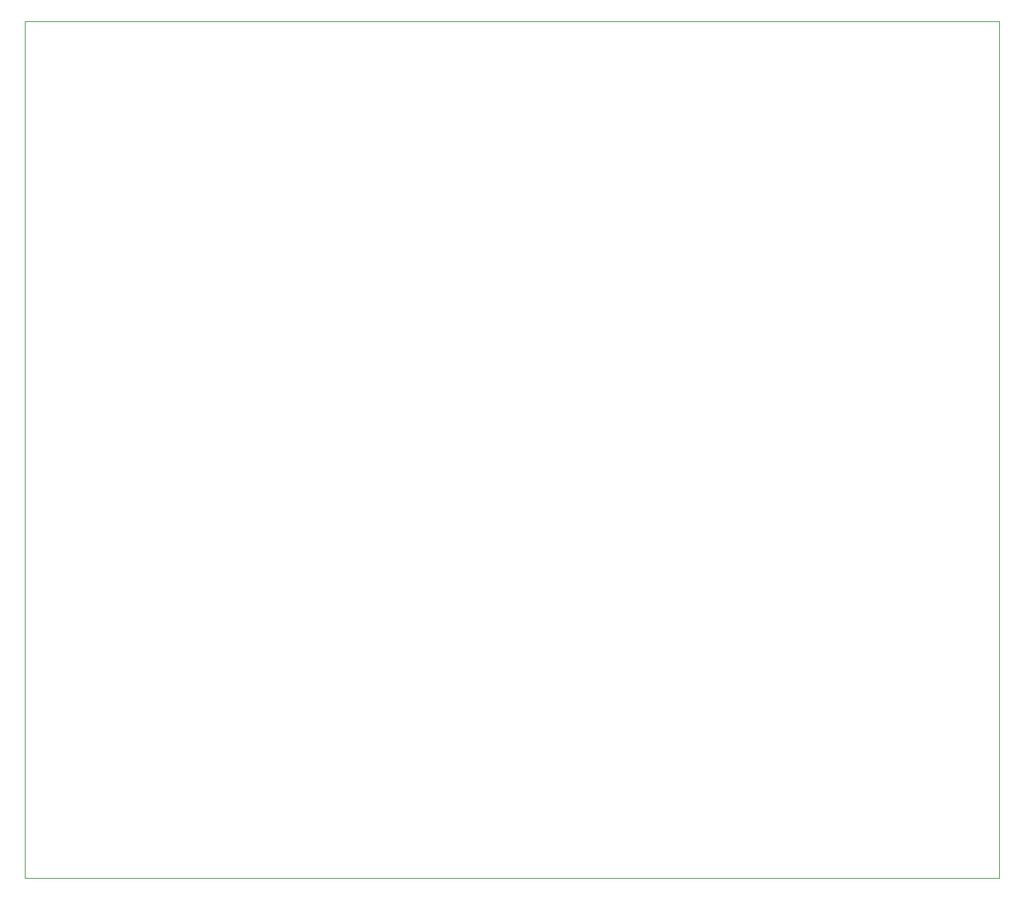
<source format=gbr>
G04 #@! TF.GenerationSoftware,KiCad,Pcbnew,(5.0.2)-1*
G04 #@! TF.CreationDate,2020-04-20T21:26:40+02:00*
G04 #@! TF.ProjectId,KorgPoly61_TeensyMidi,4b6f7267-506f-46c7-9936-315f5465656e,rev?*
G04 #@! TF.SameCoordinates,Original*
G04 #@! TF.FileFunction,Profile,NP*
%FSLAX46Y46*%
G04 Gerber Fmt 4.6, Leading zero omitted, Abs format (unit mm)*
G04 Created by KiCad (PCBNEW (5.0.2)-1) date 20-4-2020 21:26:40*
%MOMM*%
%LPD*%
G01*
G04 APERTURE LIST*
%ADD10C,0.050000*%
G04 APERTURE END LIST*
D10*
X44450000Y-139700000D02*
X44450000Y-37465000D01*
X160655000Y-139700000D02*
X44450000Y-139700000D01*
X160655000Y-37465000D02*
X160655000Y-139700000D01*
X44450000Y-37465000D02*
X160655000Y-37465000D01*
M02*

</source>
